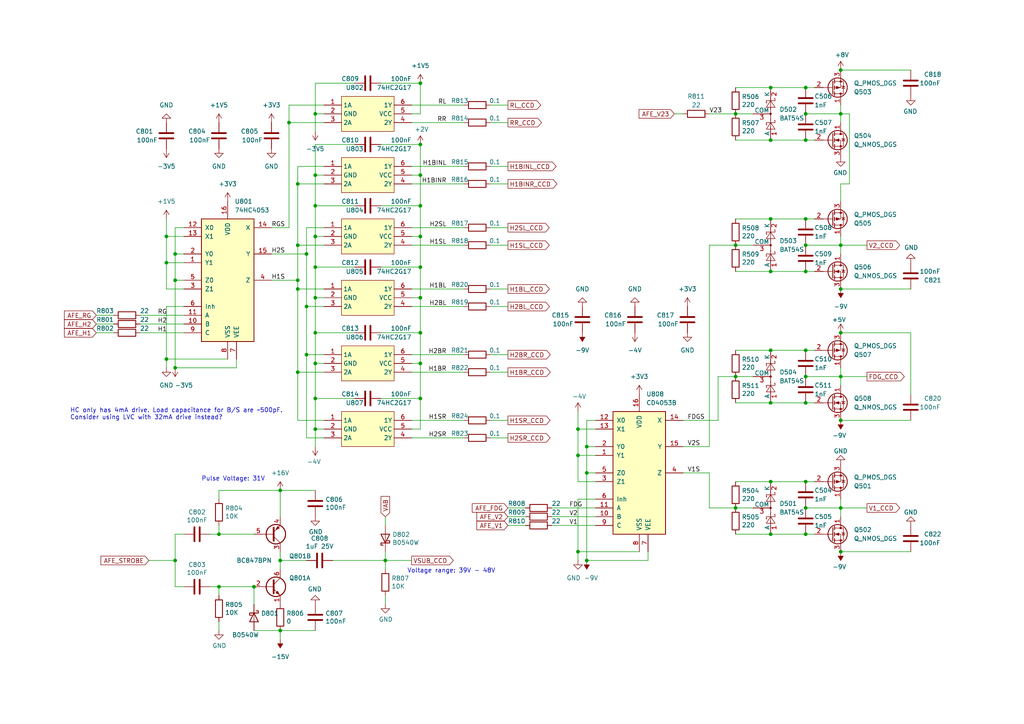
<source format=kicad_sch>
(kicad_sch (version 20230121) (generator eeschema)
  (paper "A4")
  (title_block (title "Sitina 1 Mainboard") (date "2023-03-16") (rev "R0.6") (company "Copyright 2023 Wenting Zhang") (comment 2 "MERCHANTABILITY, SATISFACTORY QUALITY AND FITNESS FOR A PARTICULAR PURPOSE.") (comment 3 "This source is distributed WITHOUT ANY EXPRESS OR IMPLIED WARRANTY, INCLUDING OF") (comment 4 "This source describes Open Hardware and is licensed under the CERN-OHL-P v2."))
  (junction (at 121.92 86.36))
  (junction (at 63.5 170.18) (diameter 0.9144))
  (junction (at 243.84 71.12))
  (junction (at 88.9 102.87))
  (junction (at 91.44 77.47))
  (junction (at 121.92 77.47))
  (junction (at 121.92 115.57))
  (junction (at 121.92 24.13))
  (junction (at 243.84 121.92))
  (junction (at 91.44 68.58))
  (junction (at 223.52 101.6))
  (junction (at 167.64 124.46))
  (junction (at 50.8 106.68))
  (junction (at 86.36 107.95))
  (junction (at 91.44 105.41))
  (junction (at 91.44 33.02))
  (junction (at 73.66 170.18) (diameter 0.9144))
  (junction (at 170.18 137.16))
  (junction (at 86.36 83.82))
  (junction (at 48.26 104.14))
  (junction (at 170.18 129.54))
  (junction (at 243.84 20.32))
  (junction (at 63.5 154.94) (diameter 0.9144))
  (junction (at 213.36 109.22))
  (junction (at 213.36 71.12))
  (junction (at 50.8 81.28))
  (junction (at 88.9 88.9))
  (junction (at 111.76 162.56) (diameter 0.9144))
  (junction (at 81.28 162.56) (diameter 0.9144))
  (junction (at 81.28 142.24) (diameter 0.9144))
  (junction (at 233.68 25.4))
  (junction (at 233.68 33.02))
  (junction (at 167.64 160.02))
  (junction (at 223.52 40.64))
  (junction (at 213.36 33.02))
  (junction (at 121.92 96.52))
  (junction (at 48.26 76.2))
  (junction (at 121.92 50.8))
  (junction (at 167.64 132.08))
  (junction (at 48.26 68.58))
  (junction (at 121.92 59.69))
  (junction (at 121.92 105.41))
  (junction (at 86.36 81.28))
  (junction (at 223.52 78.74))
  (junction (at 91.44 115.57))
  (junction (at 233.68 78.74))
  (junction (at 233.68 147.32))
  (junction (at 223.52 116.84))
  (junction (at 223.52 25.4))
  (junction (at 91.44 96.52))
  (junction (at 86.36 71.12))
  (junction (at 233.68 116.84))
  (junction (at 243.84 83.82))
  (junction (at 223.52 139.7))
  (junction (at 91.44 50.8))
  (junction (at 233.68 154.94))
  (junction (at 233.68 101.6))
  (junction (at 243.84 33.02))
  (junction (at 88.9 73.66))
  (junction (at 86.36 53.34))
  (junction (at 170.18 162.56))
  (junction (at 233.68 40.64))
  (junction (at 233.68 71.12))
  (junction (at 81.28 182.88) (diameter 0.9144))
  (junction (at 243.84 96.52))
  (junction (at 91.44 86.36))
  (junction (at 121.92 68.58))
  (junction (at 223.52 63.5))
  (junction (at 223.52 154.94))
  (junction (at 243.84 147.32))
  (junction (at 233.68 139.7))
  (junction (at 243.84 109.22))
  (junction (at 213.36 147.32))
  (junction (at 243.84 160.02))
  (junction (at 233.68 63.5))
  (junction (at 121.92 41.91))
  (junction (at 50.8 73.66))
  (junction (at 50.8 162.56))
  (junction (at 91.44 59.69))
  (junction (at 233.68 109.22))
  (junction (at 83.82 35.56))
  (junction (at 91.44 124.46))
  (wire (pts (xy 213.36 71.12) (xy 218.44 71.12)))
  (wire (pts (xy 48.26 76.2) (xy 53.34 76.2)))
  (wire (pts (xy 160.02 149.86) (xy 172.72 149.86)))
  (wire (pts (xy 91.44 68.58) (xy 91.44 77.47)))
  (wire (pts (xy 60.96 154.94) (xy 63.5 154.94)))
  (wire (pts (xy 119.38 86.36) (xy 121.92 86.36)))
  (wire (pts (xy 91.44 124.46) (xy 93.98 124.46)))
  (wire (pts (xy 243.84 109.22) (xy 251.46 109.22)))
  (wire (pts (xy 223.52 101.6) (xy 233.68 101.6)))
  (wire (pts (xy 119.38 83.82) (xy 134.62 83.82)))
  (wire (pts (xy 27.94 91.44) (xy 33.02 91.44)))
  (wire (pts (xy 205.74 147.32) (xy 213.36 147.32)))
  (wire (pts (xy 246.38 53.34) (xy 243.84 53.34)))
  (wire (pts (xy 48.26 76.2) (xy 48.26 83.82)))
  (wire (pts (xy 86.36 53.34) (xy 86.36 71.12)))
  (wire (pts (xy 119.38 105.41) (xy 121.92 105.41)))
  (wire (pts (xy 205.74 71.12) (xy 205.74 129.54)))
  (wire (pts (xy 213.36 78.74) (xy 223.52 78.74)))
  (wire (pts (xy 208.28 121.92) (xy 208.28 109.22)))
  (wire (pts (xy 119.38 68.58) (xy 121.92 68.58)))
  (wire (pts (xy 170.18 129.54) (xy 170.18 137.16)))
  (wire (pts (xy 243.84 71.12) (xy 251.46 71.12)))
  (wire (pts (xy 91.44 182.88) (xy 81.28 182.88)))
  (wire (pts (xy 121.92 41.91) (xy 121.92 50.8)))
  (wire (pts (xy 187.96 162.56) (xy 170.18 162.56)))
  (wire (pts (xy 243.84 106.68) (xy 243.84 109.22)))
  (wire (pts (xy 243.84 147.32) (xy 243.84 149.86)))
  (wire (pts (xy 213.36 116.84) (xy 223.52 116.84)))
  (wire (pts (xy 81.28 142.24) (xy 63.5 142.24)))
  (wire (pts (xy 88.9 88.9) (xy 88.9 102.87)))
  (wire (pts (xy 27.94 93.98) (xy 33.02 93.98)))
  (wire (pts (xy 110.49 96.52) (xy 121.92 96.52)))
  (wire (pts (xy 91.44 115.57) (xy 102.87 115.57)))
  (wire (pts (xy 170.18 121.92) (xy 170.18 129.54)))
  (wire (pts (xy 91.44 115.57) (xy 91.44 124.46)))
  (wire (pts (xy 110.49 77.47) (xy 121.92 77.47)))
  (wire (pts (xy 86.36 48.26) (xy 86.36 53.34)))
  (wire (pts (xy 243.84 33.02) (xy 243.84 35.56)))
  (wire (pts (xy 63.5 144.78) (xy 63.5 142.24)))
  (wire (pts (xy 119.38 33.02) (xy 121.92 33.02)))
  (wire (pts (xy 119.38 107.95) (xy 134.62 107.95)))
  (wire (pts (xy 243.84 71.12) (xy 243.84 73.66)))
  (wire (pts (xy 91.44 50.8) (xy 91.44 59.69)))
  (wire (pts (xy 78.74 66.04) (xy 83.82 66.04)))
  (wire (pts (xy 167.64 132.08) (xy 167.64 139.7)))
  (wire (pts (xy 91.44 59.69) (xy 102.87 59.69)))
  (wire (pts (xy 48.26 68.58) (xy 48.26 76.2)))
  (wire (pts (xy 48.26 104.14) (xy 66.04 104.14)))
  (wire (pts (xy 121.92 50.8) (xy 121.92 59.69)))
  (wire (pts (xy 167.64 119.38) (xy 167.64 124.46)))
  (wire (pts (xy 60.96 170.18) (xy 63.5 170.18)))
  (wire (pts (xy 91.44 86.36) (xy 93.98 86.36)))
  (wire (pts (xy 50.8 81.28) (xy 50.8 106.68)))
  (wire (pts (xy 121.92 124.46) (xy 119.38 124.46)))
  (wire (pts (xy 110.49 24.13) (xy 121.92 24.13)))
  (wire (pts (xy 78.74 73.66) (xy 88.9 73.66)))
  (wire (pts (xy 167.64 132.08) (xy 172.72 132.08)))
  (wire (pts (xy 119.38 121.92) (xy 134.62 121.92)))
  (wire (pts (xy 110.49 41.91) (xy 121.92 41.91)))
  (wire (pts (xy 223.52 139.7) (xy 233.68 139.7)))
  (wire (pts (xy 121.92 68.58) (xy 121.92 77.47)))
  (wire (pts (xy 50.8 162.56) (xy 50.8 170.18)))
  (wire (pts (xy 93.98 33.02) (xy 91.44 33.02)))
  (wire (pts (xy 111.76 162.56) (xy 111.76 165.1)))
  (wire (pts (xy 233.68 63.5) (xy 236.22 63.5)))
  (wire (pts (xy 91.44 96.52) (xy 102.87 96.52)))
  (wire (pts (xy 172.72 121.92) (xy 170.18 121.92)))
  (wire (pts (xy 142.24 53.34) (xy 147.32 53.34)))
  (wire (pts (xy 86.36 53.34) (xy 93.98 53.34)))
  (wire (pts (xy 96.52 162.56) (xy 111.76 162.56)))
  (wire (pts (xy 119.38 50.8) (xy 121.92 50.8)))
  (wire (pts (xy 81.28 162.56) (xy 88.9 162.56)))
  (wire (pts (xy 121.92 115.57) (xy 121.92 124.46)))
  (wire (pts (xy 91.44 105.41) (xy 91.44 115.57)))
  (wire (pts (xy 213.36 109.22) (xy 218.44 109.22)))
  (wire (pts (xy 264.16 96.52) (xy 243.84 96.52)))
  (wire (pts (xy 88.9 66.04) (xy 88.9 73.66)))
  (wire (pts (xy 88.9 102.87) (xy 88.9 127)))
  (wire (pts (xy 81.28 142.24) (xy 81.28 149.86)))
  (wire (pts (xy 167.64 124.46) (xy 167.64 132.08)))
  (wire (pts (xy 243.84 33.02) (xy 246.38 33.02)))
  (wire (pts (xy 50.8 73.66) (xy 53.34 73.66)))
  (wire (pts (xy 91.44 86.36) (xy 91.44 96.52)))
  (wire (pts (xy 119.38 71.12) (xy 134.62 71.12)))
  (wire (pts (xy 121.92 77.47) (xy 121.92 86.36)))
  (wire (pts (xy 86.36 71.12) (xy 86.36 81.28)))
  (wire (pts (xy 142.24 71.12) (xy 147.32 71.12)))
  (wire (pts (xy 213.36 101.6) (xy 223.52 101.6)))
  (wire (pts (xy 198.12 121.92) (xy 208.28 121.92)))
  (wire (pts (xy 223.52 116.84) (xy 233.68 116.84)))
  (wire (pts (xy 147.32 152.4) (xy 152.4 152.4)))
  (wire (pts (xy 43.18 162.56) (xy 50.8 162.56)))
  (wire (pts (xy 142.24 66.04) (xy 147.32 66.04)))
  (wire (pts (xy 73.66 182.88) (xy 81.28 182.88)))
  (wire (pts (xy 119.38 30.48) (xy 134.62 30.48)))
  (wire (pts (xy 83.82 30.48) (xy 93.98 30.48)))
  (wire (pts (xy 68.58 104.14) (xy 68.58 106.68)))
  (wire (pts (xy 50.8 73.66) (xy 50.8 81.28)))
  (wire (pts (xy 223.52 63.5) (xy 233.68 63.5)))
  (wire (pts (xy 119.38 102.87) (xy 134.62 102.87)))
  (wire (pts (xy 233.68 139.7) (xy 236.22 139.7)))
  (wire (pts (xy 110.49 115.57) (xy 121.92 115.57)))
  (wire (pts (xy 233.68 71.12) (xy 243.84 71.12)))
  (wire (pts (xy 233.68 40.64) (xy 236.22 40.64)))
  (wire (pts (xy 63.5 170.18) (xy 73.66 170.18)))
  (wire (pts (xy 121.92 96.52) (xy 121.92 105.41)))
  (wire (pts (xy 63.5 180.34) (xy 63.5 182.88)))
  (wire (pts (xy 63.5 172.72) (xy 63.5 170.18)))
  (wire (pts (xy 243.84 121.92) (xy 264.16 121.92)))
  (wire (pts (xy 88.9 73.66) (xy 88.9 88.9)))
  (wire (pts (xy 205.74 33.02) (xy 213.36 33.02)))
  (wire (pts (xy 50.8 81.28) (xy 53.34 81.28)))
  (wire (pts (xy 40.64 91.44) (xy 53.34 91.44)))
  (wire (pts (xy 243.84 147.32) (xy 251.46 147.32)))
  (wire (pts (xy 213.36 139.7) (xy 223.52 139.7)))
  (wire (pts (xy 195.58 33.02) (xy 198.12 33.02)))
  (wire (pts (xy 91.44 59.69) (xy 91.44 68.58)))
  (wire (pts (xy 119.38 48.26) (xy 134.62 48.26)))
  (wire (pts (xy 86.36 121.92) (xy 93.98 121.92)))
  (wire (pts (xy 167.64 160.02) (xy 167.64 162.56)))
  (wire (pts (xy 110.49 59.69) (xy 121.92 59.69)))
  (wire (pts (xy 111.76 160.02) (xy 111.76 162.56)))
  (wire (pts (xy 167.64 144.78) (xy 172.72 144.78)))
  (wire (pts (xy 102.87 24.13) (xy 91.44 24.13)))
  (wire (pts (xy 233.68 147.32) (xy 243.84 147.32)))
  (wire (pts (xy 223.52 25.4) (xy 233.68 25.4)))
  (wire (pts (xy 142.24 107.95) (xy 147.32 107.95)))
  (wire (pts (xy 119.38 53.34) (xy 134.62 53.34)))
  (wire (pts (xy 208.28 109.22) (xy 213.36 109.22)))
  (wire (pts (xy 88.9 66.04) (xy 93.98 66.04)))
  (wire (pts (xy 223.52 40.64) (xy 233.68 40.64)))
  (wire (pts (xy 243.84 20.32) (xy 264.16 20.32)))
  (wire (pts (xy 223.52 78.74) (xy 233.68 78.74)))
  (wire (pts (xy 83.82 35.56) (xy 93.98 35.56)))
  (wire (pts (xy 27.94 96.52) (xy 33.02 96.52)))
  (wire (pts (xy 111.76 172.72) (xy 111.76 175.26)))
  (wire (pts (xy 83.82 35.56) (xy 83.82 66.04)))
  (wire (pts (xy 48.26 63.5) (xy 48.26 68.58)))
  (wire (pts (xy 147.32 147.32) (xy 152.4 147.32)))
  (wire (pts (xy 243.84 53.34) (xy 243.84 58.42)))
  (wire (pts (xy 213.36 154.94) (xy 223.52 154.94)))
  (wire (pts (xy 86.36 48.26) (xy 93.98 48.26)))
  (wire (pts (xy 53.34 154.94) (xy 50.8 154.94)))
  (wire (pts (xy 83.82 35.56) (xy 83.82 30.48)))
  (wire (pts (xy 142.24 121.92) (xy 147.32 121.92)))
  (wire (pts (xy 172.72 139.7) (xy 167.64 139.7)))
  (wire (pts (xy 102.87 41.91) (xy 91.44 41.91)))
  (wire (pts (xy 86.36 83.82) (xy 93.98 83.82)))
  (wire (pts (xy 213.36 40.64) (xy 223.52 40.64)))
  (wire (pts (xy 142.24 88.9) (xy 147.32 88.9)))
  (wire (pts (xy 233.68 25.4) (xy 236.22 25.4)))
  (wire (pts (xy 170.18 137.16) (xy 170.18 162.56)))
  (wire (pts (xy 48.26 68.58) (xy 53.34 68.58)))
  (wire (pts (xy 213.36 63.5) (xy 223.52 63.5)))
  (wire (pts (xy 53.34 66.04) (xy 50.8 66.04)))
  (wire (pts (xy 91.44 68.58) (xy 93.98 68.58)))
  (wire (pts (xy 50.8 170.18) (xy 53.34 170.18)))
  (wire (pts (xy 93.98 50.8) (xy 91.44 50.8)))
  (wire (pts (xy 119.38 162.56) (xy 111.76 162.56)))
  (wire (pts (xy 121.92 105.41) (xy 121.92 115.57)))
  (wire (pts (xy 78.74 81.28) (xy 86.36 81.28)))
  (wire (pts (xy 91.44 105.41) (xy 93.98 105.41)))
  (wire (pts (xy 142.24 48.26) (xy 147.32 48.26)))
  (wire (pts (xy 63.5 152.4) (xy 63.5 154.94)))
  (wire (pts (xy 198.12 137.16) (xy 205.74 137.16)))
  (wire (pts (xy 142.24 83.82) (xy 147.32 83.82)))
  (wire (pts (xy 160.02 152.4) (xy 172.72 152.4)))
  (wire (pts (xy 205.74 137.16) (xy 205.74 147.32)))
  (wire (pts (xy 48.26 88.9) (xy 48.26 104.14)))
  (wire (pts (xy 147.32 149.86) (xy 152.4 149.86)))
  (wire (pts (xy 233.68 101.6) (xy 236.22 101.6)))
  (wire (pts (xy 167.64 124.46) (xy 172.72 124.46)))
  (wire (pts (xy 142.24 102.87) (xy 147.32 102.87)))
  (wire (pts (xy 91.44 124.46) (xy 91.44 129.54)))
  (wire (pts (xy 91.44 33.02) (xy 91.44 38.1)))
  (wire (pts (xy 233.68 33.02) (xy 243.84 33.02)))
  (wire (pts (xy 111.76 149.86) (xy 111.76 152.4)))
  (wire (pts (xy 88.9 102.87) (xy 93.98 102.87)))
  (wire (pts (xy 121.92 24.13) (xy 121.92 33.02)))
  (wire (pts (xy 119.38 127) (xy 134.62 127)))
  (wire (pts (xy 81.28 162.56) (xy 81.28 165.1)))
  (wire (pts (xy 88.9 127) (xy 93.98 127)))
  (wire (pts (xy 233.68 78.74) (xy 236.22 78.74)))
  (wire (pts (xy 205.74 71.12) (xy 213.36 71.12)))
  (wire (pts (xy 170.18 137.16) (xy 172.72 137.16)))
  (wire (pts (xy 119.38 35.56) (xy 134.62 35.56)))
  (wire (pts (xy 243.84 160.02) (xy 264.16 160.02)))
  (wire (pts (xy 88.9 88.9) (xy 93.98 88.9)))
  (wire (pts (xy 142.24 127) (xy 147.32 127)))
  (wire (pts (xy 86.36 81.28) (xy 86.36 83.82)))
  (wire (pts (xy 63.5 154.94) (xy 73.66 154.94)))
  (wire (pts (xy 40.64 96.52) (xy 53.34 96.52)))
  (wire (pts (xy 81.28 182.88) (xy 81.28 185.42)))
  (wire (pts (xy 48.26 104.14) (xy 48.26 106.68)))
  (wire (pts (xy 86.36 71.12) (xy 93.98 71.12)))
  (wire (pts (xy 121.92 59.69) (xy 121.92 68.58)))
  (wire (pts (xy 40.64 93.98) (xy 53.34 93.98)))
  (wire (pts (xy 68.58 106.68) (xy 50.8 106.68)))
  (wire (pts (xy 119.38 88.9) (xy 134.62 88.9)))
  (wire (pts (xy 243.84 30.48) (xy 243.84 33.02)))
  (wire (pts (xy 50.8 66.04) (xy 50.8 73.66)))
  (wire (pts (xy 53.34 83.82) (xy 48.26 83.82)))
  (wire (pts (xy 86.36 107.95) (xy 86.36 121.92)))
  (wire (pts (xy 243.84 109.22) (xy 243.84 111.76)))
  (wire (pts (xy 81.28 142.24) (xy 91.44 142.24)))
  (wire (pts (xy 91.44 77.47) (xy 102.87 77.47)))
  (wire (pts (xy 213.36 25.4) (xy 223.52 25.4)))
  (wire (pts (xy 53.34 88.9) (xy 48.26 88.9)))
  (wire (pts (xy 223.52 154.94) (xy 233.68 154.94)))
  (wire (pts (xy 233.68 154.94) (xy 236.22 154.94)))
  (wire (pts (xy 160.02 147.32) (xy 172.72 147.32)))
  (wire (pts (xy 213.36 33.02) (xy 218.44 33.02)))
  (wire (pts (xy 233.68 109.22) (xy 243.84 109.22)))
  (wire (pts (xy 91.44 77.47) (xy 91.44 86.36)))
  (wire (pts (xy 243.84 144.78) (xy 243.84 147.32)))
  (wire (pts (xy 264.16 114.3) (xy 264.16 96.52)))
  (wire (pts (xy 91.44 24.13) (xy 91.44 33.02)))
  (wire (pts (xy 243.84 68.58) (xy 243.84 71.12)))
  (wire (pts (xy 86.36 107.95) (xy 93.98 107.95)))
  (wire (pts (xy 73.66 175.26) (xy 73.66 170.18)))
  (wire (pts (xy 246.38 33.02) (xy 246.38 53.34)))
  (wire (pts (xy 167.64 160.02) (xy 185.42 160.02)))
  (wire (pts (xy 243.84 83.82) (xy 264.16 83.82)))
  (wire (pts (xy 142.24 30.48) (xy 147.32 30.48)))
  (wire (pts (xy 187.96 160.02) (xy 187.96 162.56)))
  (wire (pts (xy 213.36 147.32) (xy 218.44 147.32)))
  (wire (pts (xy 121.92 86.36) (xy 121.92 96.52)))
  (wire (pts (xy 167.64 144.78) (xy 167.64 160.02)))
  (wire (pts (xy 170.18 129.54) (xy 172.72 129.54)))
  (wire (pts (xy 91.44 41.91) (xy 91.44 50.8)))
  (wire (pts (xy 142.24 35.56) (xy 147.32 35.56)))
  (wire (pts (xy 198.12 129.54) (xy 205.74 129.54)))
  (wire (pts (xy 91.44 96.52) (xy 91.44 105.41)))
  (wire (pts (xy 50.8 154.94) (xy 50.8 162.56)))
  (wire (pts (xy 119.38 66.04) (xy 134.62 66.04)))
  (wire (pts (xy 233.68 116.84) (xy 236.22 116.84)))
  (wire (pts (xy 81.28 160.02) (xy 81.28 162.56)))
  (wire (pts (xy 86.36 83.82) (xy 86.36 107.95)))
  (text "HC only has 4mA drive. Load capacitance for B/S are ~500pF.\nConsider using LVC with 32mA drive instead?" (at 20.32 121.92 0) (effects (font (size 1.27 1.27)) (justify left bottom)))
  (text "Pulse Voltage: 31V" (at 58.42 139.7 0) (effects (font (size 1.27 1.27)) (justify left bottom)))
  (text "Voltage range: 39V - 48V" (at 118.11 166.37 0) (effects (font (size 1.27 1.27)) (justify left bottom)))
  (label "H1BL" (at 129.54 83.82 180))
  (label "RGS" (at 78.74 66.04 0))
  (label "H2" (at 45.72 93.98 0))
  (label "V1S" (at 199.39 137.16 0))
  (label "H1SL" (at 129.54 71.12 180))
  (label "RR" (at 129.54 35.56 180))
  (label "H1S" (at 78.74 81.28 0))
  (label "RL" (at 129.54 30.48 180))
  (label "RG" (at 45.72 91.44 0))
  (label "H1" (at 45.72 96.52 0))
  (label "H2S" (at 78.74 73.66 0))
  (label "FDGS" (at 199.39 121.92 0))
  (label "H2SL" (at 129.54 66.04 180))
  (label "H1BR" (at 129.54 107.95 180))
  (label "H1BINR" (at 129.54 53.34 180))
  (label "H2SR" (at 129.54 127 180))
  (label "V2S" (at 199.39 129.54 0))
  (label "H2BL" (at 129.54 88.9 180))
  (label "V1" (at 165.1 152.4 0))
  (label "V23" (at 205.74 33.02 0))
  (label "FDG" (at 165.1 147.32 0))
  (label "H1BINL" (at 129.54 48.26 180))
  (label "V2" (at 165.1 149.86 0))
  (label "H2BR" (at 129.54 102.87 180))
  (label "H1SR" (at 129.54 121.92 180))
  (global_label "VAB" (shape input) (at 111.76 149.86 90) (property "Intersheetrefs" "${INTERSHEET_REFS}" (effects hide)))
  (global_label "AFE_RG" (shape input) (at 27.94 91.44 180) (property "Intersheetrefs" "${INTERSHEET_REFS}" (effects hide)))
  (global_label "AFE_H2" (shape input) (at 27.94 93.98 180) (property "Intersheetrefs" "${INTERSHEET_REFS}" (effects hide)))
  (global_label "VSUB_CCD" (shape output) (at 119.38 162.56 0) (property "Intersheetrefs" "${INTERSHEET_REFS}" (effects hide)))
  (global_label "AFE_H1" (shape input) (at 27.94 96.52 180) (property "Intersheetrefs" "${INTERSHEET_REFS}" (effects hide)))
  (global_label "FDG_CCD" (shape output) (at 251.46 109.22 0) (property "Intersheetrefs" "${INTERSHEET_REFS}" (effects hide)))
  (global_label "H1BR_CCD" (shape output) (at 147.32 107.95 0) (property "Intersheetrefs" "${INTERSHEET_REFS}" (effects hide)))
  (global_label "AFE_V1" (shape input) (at 147.32 152.4 180) (property "Intersheetrefs" "${INTERSHEET_REFS}" (effects hide)))
  (global_label "AFE_V2" (shape input) (at 147.32 149.86 180) (property "Intersheetrefs" "${INTERSHEET_REFS}" (effects hide)))
  (global_label "H1BINR_CCD" (shape output) (at 147.32 53.34 0) (property "Intersheetrefs" "${INTERSHEET_REFS}" (effects hide)))
  (global_label "RR_CCD" (shape output) (at 147.32 35.56 0) (property "Intersheetrefs" "${INTERSHEET_REFS}" (effects hide)))
  (global_label "H2SL_CCD" (shape output) (at 147.32 66.04 0) (property "Intersheetrefs" "${INTERSHEET_REFS}" (effects hide)))
  (global_label "RL_CCD" (shape output) (at 147.32 30.48 0) (property "Intersheetrefs" "${INTERSHEET_REFS}" (effects hide)))
  (global_label "H2BR_CCD" (shape output) (at 147.32 102.87 0) (property "Intersheetrefs" "${INTERSHEET_REFS}" (effects hide)))
  (global_label "V2_CCD" (shape output) (at 251.46 71.12 0) (property "Intersheetrefs" "${INTERSHEET_REFS}" (effects hide)))
  (global_label "H2BL_CCD" (shape output) (at 147.32 88.9 0) (property "Intersheetrefs" "${INTERSHEET_REFS}" (effects hide)))
  (global_label "AFE_FDG" (shape input) (at 147.32 147.32 180) (property "Intersheetrefs" "${INTERSHEET_REFS}" (effects hide)))
  (global_label "AFE_STROBE" (shape input) (at 43.18 162.56 180) (property "Intersheetrefs" "${INTERSHEET_REFS}" (effects hide)))
  (global_label "H1BL_CCD" (shape output) (at 147.32 83.82 0) (property "Intersheetrefs" "${INTERSHEET_REFS}" (effects hide)))
  (global_label "AFE_V23" (shape input) (at 195.58 33.02 180) (property "Intersheetrefs" "${INTERSHEET_REFS}" (effects hide)))
  (global_label "H2SR_CCD" (shape output) (at 147.32 127 0) (property "Intersheetrefs" "${INTERSHEET_REFS}" (effects hide)))
  (global_label "H1SR_CCD" (shape output) (at 147.32 121.92 0) (property "Intersheetrefs" "${INTERSHEET_REFS}" (effects hide)))
  (global_label "H1BINL_CCD" (shape output) (at 147.32 48.26 0) (property "Intersheetrefs" "${INTERSHEET_REFS}" (effects hide)))
  (global_label "H1SL_CCD" (shape output) (at 147.32 71.12 0) (property "Intersheetrefs" "${INTERSHEET_REFS}" (effects hide)))
  (global_label "V1_CCD" (shape output) (at 251.46 147.32 0) (property "Intersheetrefs" "${INTERSHEET_REFS}" (effects hide)))
  (symbol (lib_id "Device:R") (at 138.43 30.48 270) (unit 1)
    (property "Reference" "R813" (at 133.35 29.21 90))
    (property "Value" "0.1" (at 143.51 29.21 90))
    (property "Footprint" "Resistor_SMD:R_0603_1608Metric" (effects hide))
  )
  (symbol (lib_id "power:GND") (at 184.15 88.9 180) (unit 1)
    (property "Reference" "#PWR0826" (effects hide))
    (property "Value" "GND" (at 184.15 83.82 0))
  )
  (symbol (lib_id "power:GND") (at 63.5 182.88 0) (unit 1)
    (property "Reference" "#PWR0806" (effects hide))
    (property "Value" "GND" (at 63.627 187.2742 0))
  )
  (symbol (lib_id "power:GND") (at 48.26 35.56 180) (unit 1)
    (property "Reference" "#PWR0801" (effects hide))
    (property "Value" "GND" (at 48.26 30.48 0))
  )
  (symbol (lib_id "Device:R") (at 213.36 105.41 0) (unit 1)
    (property "Reference" "R510" (at 215.138 104.2416 0) (effects (justify left)))
    (property "Value" "220" (at 215.138 106.553 0) (effects (justify left)))
    (property "Footprint" "Resistor_SMD:R_0402_1005Metric" (effects hide))
  )
  (symbol (lib_id "Device:R") (at 36.83 93.98 270) (unit 1)
    (property "Reference" "R801" (at 30.48 92.71 90))
    (property "Value" "22" (at 41.91 92.71 90))
    (property "Footprint" "Resistor_SMD:R_0402_1005Metric" (effects hide))
  )
  (symbol (lib_id "Sitina:74HC2G17") (at 106.68 53.34 0) (unit 1)
    (property "Reference" "U804" (at 102.87 60.96 0))
    (property "Value" "74HC2G17" (at 114.3 60.96 0))
    (property "Footprint" "Package_SO:SC-74-6_1.5x2.9mm_P0.95mm" (effects hide))
  )
  (symbol (lib_id "Device:R") (at 36.83 96.52 270) (unit 1)
    (property "Reference" "R802" (at 30.48 95.25 90))
    (property "Value" "22" (at 41.91 95.25 90))
    (property "Footprint" "Resistor_SMD:R_0402_1005Metric" (effects hide))
  )
  (symbol (lib_id "Device:C") (at 233.68 67.31 180) (unit 1)
    (property "Reference" "C508" (at 236.22 66.04 0) (effects (justify right)))
    (property "Value" "1nF" (at 236.22 68.58 0) (effects (justify right)))
    (property "Footprint" "Capacitor_SMD:C_0402_1005Metric" (effects hide))
  )
  (symbol (lib_id "power:GND") (at 168.91 88.9 180) (unit 1)
    (property "Reference" "#PWR0821" (effects hide))
    (property "Value" "GND" (at 168.91 83.82 0))
  )
  (symbol (lib_id "Device:R") (at 138.43 127 270) (unit 1)
    (property "Reference" "R823" (at 133.35 125.73 90))
    (property "Value" "0.1" (at 143.51 125.73 90))
    (property "Footprint" "Resistor_SMD:R_0603_1608Metric" (effects hide))
  )
  (symbol (lib_id "Device:C") (at 106.68 115.57 270) (mirror x) (unit 1)
    (property "Reference" "C814" (at 104.14 114.3 90) (effects (justify right)))
    (property "Value" "100nF" (at 119.38 114.3 90) (effects (justify right)))
    (property "Footprint" "Capacitor_SMD:C_0402_1005Metric" (effects hide))
  )
  (symbol (lib_id "Diode:BAT54S") (at 223.52 109.22 270) (mirror x) (unit 1)
    (property "Reference" "D504" (at 226.06 107.95 90) (effects (justify left)))
    (property "Value" "BAT54S" (at 226.06 110.49 90) (effects (justify left)))
    (property "Footprint" "Package_TO_SOT_SMD:SOT-23" (effects hide))
    (property "Datasheet" "https://www.diodes.com/assets/Datasheets/ds11005.pdf" (effects hide))
  )
  (symbol (lib_id "power:+1V5") (at 121.92 24.13 0) (unit 1)
    (property "Reference" "#PWR0819" (effects hide))
    (property "Value" "+1V5" (at 121.92 19.05 0))
  )
  (symbol (lib_id "Device:R") (at 138.43 35.56 270) (unit 1)
    (property "Reference" "R814" (at 133.35 34.29 90))
    (property "Value" "0.1" (at 143.51 34.29 90))
    (property "Footprint" "Resistor_SMD:R_0603_1608Metric" (effects hide))
  )
  (symbol (lib_id "Sitina:-4V") (at 184.15 96.52 180) (unit 1)
    (property "Reference" "#PWR0827" (effects hide))
    (property "Value" "-4V" (at 184.15 101.6 0))
  )
  (symbol (lib_id "power:-9V") (at 170.18 162.56 180) (unit 1)
    (property "Reference" "#PWR0825" (effects hide))
    (property "Value" "-9V" (at 171.45 167.64 0))
  )
  (symbol (lib_id "power:-9V") (at 243.84 121.92 180) (unit 1)
    (property "Reference" "#PWR0835" (effects hide))
    (property "Value" "-9V" (at 243.459 126.3142 0))
  )
  (symbol (lib_id "Device:C") (at 168.91 92.71 0) (mirror x) (unit 1)
    (property "Reference" "C815" (at 165.1 91.44 0) (effects (justify right)))
    (property "Value" "100nF" (at 166.37 93.98 0) (effects (justify right)))
    (property "Footprint" "Capacitor_SMD:C_0402_1005Metric" (effects hide))
  )
  (symbol (lib_id "Device:C") (at 233.68 74.93 180) (unit 1)
    (property "Reference" "C509" (at 236.22 73.66 0) (effects (justify right)))
    (property "Value" "1nF" (at 236.22 76.2 0) (effects (justify right)))
    (property "Footprint" "Capacitor_SMD:C_0402_1005Metric" (effects hide))
  )
  (symbol (lib_id "Device:R") (at 138.43 102.87 270) (unit 1)
    (property "Reference" "R821" (at 133.35 101.6 90))
    (property "Value" "0.1" (at 143.51 101.6 90))
    (property "Footprint" "Resistor_SMD:R_0603_1608Metric" (effects hide))
  )
  (symbol (lib_id "Device:C") (at 233.68 105.41 180) (unit 1)
    (property "Reference" "C510" (at 236.22 104.14 0) (effects (justify right)))
    (property "Value" "1nF" (at 236.22 106.68 0) (effects (justify right)))
    (property "Footprint" "Capacitor_SMD:C_0402_1005Metric" (effects hide))
  )
  (symbol (lib_id "Device:C") (at 91.44 179.07 180) (unit 1)
    (property "Reference" "C807" (at 94.361 177.9016 0) (effects (justify right)))
    (property "Value" "100nF" (at 94.361 180.213 0) (effects (justify right)))
    (property "Footprint" "Capacitor_SMD:C_0402_1005Metric" (effects hide))
  )
  (symbol (lib_id "power:+1V5") (at 63.5 35.56 0) (unit 1)
    (property "Reference" "#PWR0807" (effects hide))
    (property "Value" "+1V5" (at 63.5 30.48 0))
  )
  (symbol (lib_id "Device:C") (at 91.44 146.05 180) (unit 1)
    (property "Reference" "C806" (at 94.361 144.8816 0) (effects (justify right)))
    (property "Value" "100nF" (at 94.361 147.193 0) (effects (justify right)))
    (property "Footprint" "Capacitor_SMD:C_0402_1005Metric" (effects hide))
  )
  (symbol (lib_id "Device:R") (at 156.21 149.86 270) (unit 1)
    (property "Reference" "R809" (at 149.86 148.59 90))
    (property "Value" "22" (at 161.29 148.59 90))
    (property "Footprint" "Resistor_SMD:R_0402_1005Metric" (effects hide))
  )
  (symbol (lib_id "power:GND") (at 264.16 27.94 0) (mirror y) (unit 1)
    (property "Reference" "#PWR0516" (effects hide))
    (property "Value" "GND" (at 264.033 32.3342 0))
  )
  (symbol (lib_id "Device:R") (at 213.36 67.31 0) (unit 1)
    (property "Reference" "R508" (at 215.138 66.1416 0) (effects (justify left)))
    (property "Value" "220" (at 215.138 68.453 0) (effects (justify left)))
    (property "Footprint" "Resistor_SMD:R_0402_1005Metric" (effects hide))
  )
  (symbol (lib_id "power:GND") (at 78.74 43.18 0) (unit 1)
    (property "Reference" "#PWR0813" (effects hide))
    (property "Value" "GND" (at 78.74 48.26 0))
  )
  (symbol (lib_id "Device:C") (at 233.68 113.03 180) (unit 1)
    (property "Reference" "C511" (at 236.22 111.76 0) (effects (justify right)))
    (property "Value" "1nF" (at 236.22 114.3 0) (effects (justify right)))
    (property "Footprint" "Capacitor_SMD:C_0402_1005Metric" (effects hide))
  )
  (symbol (lib_id "Device:C") (at 233.68 151.13 180) (unit 1)
    (property "Reference" "C505" (at 236.22 149.86 0) (effects (justify right)))
    (property "Value" "1nF" (at 236.22 152.4 0) (effects (justify right)))
    (property "Footprint" "Capacitor_SMD:C_0402_1005Metric" (effects hide))
  )
  (symbol (lib_id "power:+5V") (at 243.84 96.52 0) (unit 1)
    (property "Reference" "#PWR0834" (effects hide))
    (property "Value" "+5V" (at 241.3 92.71 0) (effects (justify left)))
  )
  (symbol (lib_id "Diode:BAT54S") (at 223.52 33.02 270) (mirror x) (unit 1)
    (property "Reference" "D502" (at 226.06 31.75 90) (effects (justify left)))
    (property "Value" "BAT54S" (at 226.06 34.29 90) (effects (justify left)))
    (property "Footprint" "Package_TO_SOT_SMD:SOT-23" (effects hide))
    (property "Datasheet" "https://www.diodes.com/assets/Datasheets/ds11005.pdf" (effects hide))
  )
  (symbol (lib_id "Transistor_BJT:BC847BPN") (at 78.74 170.18 0) (unit 1)
    (property "Reference" "Q801" (at 83.82 167.64 0) (effects (justify left)))
    (property "Value" "BC847BPN" (at 68.58 162.56 0) (effects (justify left)))
    (property "Footprint" "Package_TO_SOT_SMD:SOT-363_SC-70-6" (effects hide))
    (property "Datasheet" "https://assets.nexperia.com/documents/data-sheet/BC847BPN.pdf" (effects hide))
  )
  (symbol (lib_id "Device:R") (at 213.36 143.51 0) (unit 1)
    (property "Reference" "R504" (at 215.138 142.3416 0) (effects (justify left)))
    (property "Value" "220" (at 215.138 144.653 0) (effects (justify left)))
    (property "Footprint" "Resistor_SMD:R_0402_1005Metric" (effects hide))
  )
  (symbol (lib_id "Sitina:-3V5") (at 50.8 106.68 180) (unit 1)
    (property "Reference" "#PWR0805" (effects hide))
    (property "Value" "-3V5" (at 53.34 111.76 0))
  )
  (symbol (lib_id "Device:C") (at 57.15 170.18 270) (unit 1)
    (property "Reference" "C803" (at 57.15 163.7792 90))
    (property "Value" "100nF" (at 57.15 166.0906 90))
    (property "Footprint" "Capacitor_SMD:C_0402_1005Metric" (effects hide))
  )
  (symbol (lib_id "power:GND") (at 167.64 162.56 0) (unit 1)
    (property "Reference" "#PWR0824" (effects hide))
    (property "Value" "GND" (at 166.37 167.64 0))
  )
  (symbol (lib_id "Sitina:74HC2G17") (at 106.68 109.22 0) (unit 1)
    (property "Reference" "U807" (at 102.87 116.84 0))
    (property "Value" "74HC2G17" (at 114.3 116.84 0))
    (property "Footprint" "Package_SO:SC-74-6_1.5x2.9mm_P0.95mm" (effects hide))
  )
  (symbol (lib_id "power:+3V3") (at 185.42 114.3 0) (unit 1)
    (property "Reference" "#PWR0828" (effects hide))
    (property "Value" "+3V3" (at 185.42 109.22 0))
  )
  (symbol (lib_id "Sitina:+2V") (at 121.92 41.91 0) (unit 1)
    (property "Reference" "#PWR0820" (effects hide))
    (property "Value" "+2V" (at 122.301 37.5158 0))
  )
  (symbol (lib_id "power:GND") (at 264.16 76.2 0) (mirror x) (unit 1)
    (property "Reference" "#PWR0837" (effects hide))
    (property "Value" "GND" (at 264.287 71.8058 0))
  )
  (symbol (lib_id "Device:C") (at 78.74 39.37 0) (mirror x) (unit 1)
    (property "Reference" "C805" (at 74.93 38.1 0) (effects (justify right)))
    (property "Value" "100nF" (at 76.2 40.64 0) (effects (justify right)))
    (property "Footprint" "Capacitor_SMD:C_0402_1005Metric" (effects hide))
  )
  (symbol (lib_id "Device:C") (at 63.5 39.37 0) (mirror x) (unit 1)
    (property "Reference" "C804" (at 59.69 38.1 0) (effects (justify right)))
    (property "Value" "100nF" (at 60.96 40.64 0) (effects (justify right)))
    (property "Footprint" "Capacitor_SMD:C_0402_1005Metric" (effects hide))
  )
  (symbol (lib_id "Device:C") (at 199.39 92.71 0) (mirror x) (unit 1)
    (property "Reference" "C817" (at 195.58 91.44 0) (effects (justify right)))
    (property "Value" "100nF" (at 196.85 93.98 0) (effects (justify right)))
    (property "Footprint" "Capacitor_SMD:C_0402_1005Metric" (effects hide))
  )
  (symbol (lib_id "Device:R") (at 138.43 53.34 270) (unit 1)
    (property "Reference" "R816" (at 133.35 52.07 90))
    (property "Value" "0.1" (at 143.51 52.07 90))
    (property "Footprint" "Resistor_SMD:R_0603_1608Metric" (effects hide))
  )
  (symbol (lib_id "Device:C") (at 106.68 96.52 270) (mirror x) (unit 1)
    (property "Reference" "C813" (at 104.14 95.25 90) (effects (justify right)))
    (property "Value" "100nF" (at 119.38 95.25 90) (effects (justify right)))
    (property "Footprint" "Capacitor_SMD:C_0402_1005Metric" (effects hide))
  )
  (symbol (lib_id "Device:Q_PMOS_DGS") (at 241.3 139.7 0) (mirror x) (unit 1)
    (property "Reference" "Q501" (at 247.65 140.97 0) (effects (justify left)))
    (property "Value" "Q_PMOS_DGS" (at 247.65 138.43 0) (effects (justify left)))
  )
  (symbol (lib_id "Sitina:-4V") (at 167.64 119.38 0) (unit 1)
    (property "Reference" "#PWR0823" (effects hide))
    (property "Value" "-4V" (at 168.021 114.9858 0))
  )
  (symbol (lib_id "Device:C") (at 57.15 154.94 270) (unit 1)
    (property "Reference" "C802" (at 57.15 148.5392 90))
    (property "Value" "100nF" (at 57.15 150.8506 90))
    (property "Footprint" "Capacitor_SMD:C_0402_1005Metric" (effects hide))
  )
  (symbol (lib_id "power:GND") (at 63.5 43.18 0) (unit 1)
    (property "Reference" "#PWR0808" (effects hide))
    (property "Value" "GND" (at 63.5 48.26 0))
  )
  (symbol (lib_id "Sitina:-4V") (at 91.44 129.54 180) (unit 1)
    (property "Reference" "#PWR0817" (effects hide))
    (property "Value" "-4V" (at 91.059 133.9342 0))
  )
  (symbol (lib_id "power:GND") (at 199.39 96.52 0) (unit 1)
    (property "Reference" "#PWR0830" (effects hide))
    (property "Value" "GND" (at 199.39 101.6 0))
  )
  (symbol (lib_id "Device:Q_NMOS_DGS") (at 241.3 154.94 0) (unit 1)
    (property "Reference" "Q502" (at 247.65 153.67 0) (effects (justify left)))
    (property "Value" "Q_NMOS_DGS" (at 247.65 156.21 0) (effects (justify left)))
  )
  (symbol (lib_id "Device:C") (at 106.68 59.69 270) (mirror x) (unit 1)
    (property "Reference" "C811" (at 104.14 58.42 90) (effects (justify right)))
    (property "Value" "100nF" (at 119.38 58.42 90) (effects (justify right)))
    (property "Footprint" "Capacitor_SMD:C_0402_1005Metric" (effects hide))
  )
  (symbol (lib_id "Device:C") (at 106.68 77.47 270) (mirror x) (unit 1)
    (property "Reference" "C812" (at 104.14 76.2 90) (effects (justify right)))
    (property "Value" "100nF" (at 119.38 76.2 90) (effects (justify right)))
    (property "Footprint" "Capacitor_SMD:C_0402_1005Metric" (effects hide))
  )
  (symbol (lib_id "Device:R") (at 138.43 83.82 270) (unit 1)
    (property "Reference" "R820" (at 133.35 82.55 90))
    (property "Value" "0.1" (at 143.51 82.55 90))
    (property "Footprint" "Resistor_SMD:R_0603_1608Metric" (effects hide))
  )
  (symbol (lib_id "Device:C") (at 48.26 39.37 0) (mirror x) (unit 1)
    (property "Reference" "C801" (at 44.45 38.1 0) (effects (justify right)))
    (property "Value" "100nF" (at 45.72 40.64 0) (effects (justify right)))
    (property "Footprint" "Capacitor_SMD:C_0402_1005Metric" (effects hide))
  )
  (symbol (lib_id "power:GND") (at 91.44 149.86 0) (unit 1)
    (property "Reference" "#PWR0814" (effects hide))
    (property "Value" "GND" (at 91.567 154.2542 0))
  )
  (symbol (lib_id "Device:R") (at 138.43 71.12 270) (unit 1)
    (property "Reference" "R818" (at 133.35 69.85 90))
    (property "Value" "0.1" (at 143.51 69.85 90))
    (property "Footprint" "Resistor_SMD:R_0603_1608Metric" (effects hide))
  )
  (symbol (lib_id "power:+3V3") (at 78.74 35.56 0) (unit 1)
    (property "Reference" "#PWR0812" (effects hide))
    (property "Value" "+3V3" (at 78.74 30.48 0))
  )
  (symbol (lib_id "power:-9V") (at 168.91 96.52 180) (unit 1)
    (property "Reference" "#PWR0822" (effects hide))
    (property "Value" "-9V" (at 168.91 101.6 0))
  )
  (symbol (lib_id "Device:R") (at 156.21 152.4 270) (unit 1)
    (property "Reference" "R810" (at 149.86 151.13 90))
    (property "Value" "22" (at 161.29 151.13 90))
    (property "Footprint" "Resistor_SMD:R_0402_1005Metric" (effects hide))
  )
  (symbol (lib_id "power:GND") (at 48.26 106.68 0) (unit 1)
    (property "Reference" "#PWR0804" (effects hide))
    (property "Value" "GND" (at 48.26 111.76 0))
  )
  (symbol (lib_id "Device:R") (at 213.36 74.93 0) (unit 1)
    (property "Reference" "R509" (at 215.138 73.7616 0) (effects (justify left)))
    (property "Value" "220" (at 215.138 76.073 0) (effects (justify left)))
    (property "Footprint" "Resistor_SMD:R_0402_1005Metric" (effects hide))
  )
  (symbol (lib_id "power:+3V3") (at 199.39 88.9 0) (unit 1)
    (property "Reference" "#PWR0829" (effects hide))
    (property "Value" "+3V3" (at 199.39 83.82 0))
  )
  (symbol (lib_id "Device:Q_PMOS_DGS") (at 241.3 25.4 0) (mirror x) (unit 1)
    (property "Reference" "Q503" (at 247.65 26.67 0) (effects (justify left)))
    (property "Value" "Q_PMOS_DGS" (at 247.65 24.13 0) (effects (justify left)))
  )
  (symbol (lib_id "Device:C") (at 106.68 24.13 270) (mirror x) (unit 1)
    (property "Reference" "C809" (at 104.14 22.86 90) (effects (justify right)))
    (property "Value" "100nF" (at 119.38 22.86 90) (effects (justify right)))
    (property "Footprint" "Capacitor_SMD:C_0402_1005Metric" (effects hide))
  )
  (symbol (lib_id "Device:C") (at 264.16 118.11 180) (unit 1)
    (property "Reference" "C820" (at 267.97 115.57 0) (effects (justify right)))
    (property "Value" "100nF" (at 266.7 118.11 0) (effects (justify right)))
    (property "Footprint" "Capacitor_SMD:C_0402_1005Metric" (effects hide))
  )
  (symbol (lib_id "Sitina:74HC2G17") (at 106.68 71.12 0) (unit 1)
    (property "Reference" "U805" (at 102.87 78.74 0))
    (property "Value" "74HC2G17" (at 114.3 78.74 0))
    (property "Footprint" "Package_SO:SC-74-6_1.5x2.9mm_P0.95mm" (effects hide))
  )
  (symbol (lib_id "Device:R") (at 138.43 121.92 270) (unit 1)
    (property "Reference" "R824" (at 133.35 120.65 90))
    (property "Value" "0.1" (at 143.51 120.65 90))
    (property "Footprint" "Resistor_SMD:R_0603_1608Metric" (effects hide))
  )
  (symbol (lib_id "Device:C") (at 264.16 156.21 180) (unit 1)
    (property "Reference" "C822" (at 267.97 154.94 0) (effects (justify right)))
    (property "Value" "100nF" (at 266.7 157.48 0) (effects (justify right)))
    (property "Footprint" "Capacitor_SMD:C_0402_1005Metric" (effects hide))
  )
  (symbol (lib_id "Sitina:-3V5") (at 48.26 43.18 180) (unit 1)
    (property "Reference" "#PWR0802" (effects hide))
    (property "Value" "-3V5" (at 48.26 48.26 0))
  )
  (symbol (lib_id "Device:R") (at 201.93 33.02 270) (unit 1)
    (property "Reference" "R811" (at 201.93 27.94 90))
    (property "Value" "22" (at 201.93 30.48 90))
    (property "Footprint" "Resistor_SMD:R_0402_1005Metric" (effects hide))
  )
  (symbol (lib_id "4xxx:4053") (at 185.42 137.16 0) (unit 1)
    (property "Reference" "U808" (at 187.4394 114.3 0) (effects (justify left)))
    (property "Value" "CD4053B" (at 187.4394 116.84 0) (effects (justify left)))
    (property "Footprint" "Package_SO:SSOP-16_4.4x5.2mm_P0.65mm" (effects hide))
    (property "Datasheet" "http://www.intersil.com/content/dam/Intersil/documents/cd40/cd4051bms-52bms-53bms.pdf" (effects hide))
  )
  (symbol (lib_id "Device:D_Schottky") (at 111.76 156.21 90) (unit 1)
    (property "Reference" "D802" (at 113.792 155.0416 90) (effects (justify right)))
    (property "Value" "B0540W" (at 113.792 157.353 90) (effects (justify right)))
    (property "Footprint" "Diode_SMD:D_SOD-323" (effects hide))
  )
  (symbol (lib_id "Device:C") (at 233.68 36.83 180) (unit 1)
    (property "Reference" "C507" (at 236.22 35.56 0) (effects (justify right)))
    (property "Value" "1nF" (at 236.22 38.1 0) (effects (justify right)))
    (property "Footprint" "Capacitor_SMD:C_0402_1005Metric" (effects hide))
  )
  (symbol (lib_id "Device:C") (at 233.68 29.21 180) (unit 1)
    (property "Reference" "C506" (at 236.22 27.94 0) (effects (justify right)))
    (property "Value" "1nF" (at 236.22 30.48 0) (effects (justify right)))
    (property "Footprint" "Capacitor_SMD:C_0402_1005Metric" (effects hide))
  )
  (symbol (lib_id "Device:R") (at 213.36 29.21 0) (unit 1)
    (property "Reference" "R506" (at 215.138 28.0416 0) (effects (justify left)))
    (property "Value" "220" (at 215.138 30.353 0) (effects (justify left)))
    (property "Footprint" "Resistor_SMD:R_0402_1005Metric" (effects hide))
  )
  (symbol (lib_id "power:-9V") (at 243.84 160.02 180) (unit 1)
    (property "Reference" "#PWR0517" (effects hide))
    (property "Value" "-9V" (at 243.459 164.4142 0))
  )
  (symbol (lib_id "symbols:+16V") (at 81.28 142.24 0) (unit 1)
    (property "Reference" "#PWR0810" (effects hide))
    (property "Value" "+16V" (at 81.28 137.16 0))
  )
  (symbol (lib_id "power:-9V") (at 243.84 83.82 180) (unit 1)
    (property "Reference" "#PWR0836" (effects hide))
    (property "Value" "-9V" (at 243.84 88.9 0))
  )
  (symbol (lib_id "power:+1V5") (at 48.26 63.5 0) (unit 1)
    (property "Reference" "#PWR0803" (effects hide))
    (property "Value" "+1V5" (at 48.26 58.42 0))
  )
  (symbol (lib_id "Device:R") (at 63.5 148.59 0) (unit 1)
    (property "Reference" "R804" (at 65.278 147.4216 0) (effects (justify left)))
    (property "Value" "10K" (at 65.278 149.733 0) (effects (justify left)))
    (property "Footprint" "Resistor_SMD:R_0402_1005Metric" (effects hide))
  )
  (symbol (lib_id "Sitina:74HC2G17") (at 106.68 90.17 0) (unit 1)
    (property "Reference" "U806" (at 102.87 97.79 0))
    (property "Value" "74HC2G17" (at 114.3 97.79 0))
    (property "Footprint" "Package_SO:SC-74-6_1.5x2.9mm_P0.95mm" (effects hide))
  )
  (symbol (lib_id "Device:C") (at 106.68 41.91 270) (mirror x) (unit 1)
    (property "Reference" "C810" (at 104.14 40.64 90) (effects (justify right)))
    (property "Value" "100nF" (at 119.38 40.64 90) (effects (justify right)))
    (property "Footprint" "Capacitor_SMD:C_0402_1005Metric" (effects hide))
  )
  (symbol (lib_id "Diode:BAT54S") (at 223.52 71.12 270) (mirror x) (unit 1)
    (property "Reference" "D503" (at 226.06 69.85 90) (effects (justify left)))
    (property "Value" "BAT54S" (at 226.06 72.39 90) (effects (justify left)))
    (property "Footprint" "Package_TO_SOT_SMD:SOT-23" (effects hide))
    (property "Datasheet" "https://www.diodes.com/assets/Datasheets/ds11005.pdf" (effects hide))
  )
  (symbol (lib_id "Diode:BAT54S") (at 223.52 147.32 270) (mirror x) (unit 1)
    (property "Reference" "D501" (at 226.06 146.05 90) (effects (justify left)))
    (property "Value" "BAT54S" (at 226.06 148.59 90) (effects (justify left)))
    (property "Footprint" "Package_TO_SOT_SMD:SOT-23" (effects hide))
    (property "Datasheet" "https://www.diodes.com/assets/Datasheets/ds11005.pdf" (effects hide))
  )
  (symbol (lib_id "Device:R") (at 63.5 176.53 0) (unit 1)
    (property "Reference" "R805" (at 65.278 175.3616 0) (effects (justify left)))
    (property "Value" "10K" (at 65.278 177.673 0) (effects (justify left)))
    (property "Footprint" "Resistor_SMD:R_0402_1005Metric" (effects hide))
  )
  (symbol (lib_id "Device:Q_PMOS_DGS") (at 241.3 63.5 0) (mirror x) (unit 1)
    (property "Reference" "Q505" (at 247.65 64.77 0) (effects (justify left)))
    (property "Value" "Q_PMOS_DGS" (at 247.65 62.23 0) (effects (justify left)))
  )
  (symbol (lib_id "Device:R") (at 111.76 168.91 0) (unit 1)
    (property "Reference" "R807" (at 113.538 167.7416 0) (effects (justify left)))
    (property "Value" "10K" (at 113.538 170.053 0) (effects (justify left)))
    (property "Footprint" "Resistor_SMD:R_0402_1005Metric" (effects hide))
  )
  (symbol (lib_id "Device:D_Schottky") (at 73.66 179.07 270) (unit 1)
    (property "Reference" "D801" (at 75.692 177.9016 90) (effects (justify left)))
    (property "Value" "B0540W" (at 67.31 184.15 90) (effects (justify left)))
    (property "Footprint" "Diode_SMD:D_SOD-323" (effects hide))
  )
  (symbol (lib_id "Device:R") (at 138.43 107.95 270) (unit 1)
    (property "Reference" "R822" (at 133.35 106.68 90))
    (property "Value" "0.1" (at 143.51 106.68 90))
    (property "Footprint" "Resistor_SMD:R_0603_1608Metric" (effects hide))
  )
  (symbol (lib_id "Device:R") (at 36.83 91.44 270) (unit 1)
    (property "Reference" "R803" (at 30.48 90.17 90))
    (property "Value" "22" (at 41.91 90.17 90))
    (property "Footprint" "Resistor_SMD:R_0402_1005Metric" (effects hide))
  )
  (symbol (lib_id "power:GND") (at 111.76 175.26 0) (unit 1)
    (property "Reference" "#PWR0818" (effects hide))
    (property "Value" "GND" (at 111.887 179.6542 0))
  )
  (symbol (lib_id "power:GND") (at 264.16 152.4 0) (mirror x) (unit 1)
    (property "Reference" "#PWR0519" (effects hide))
    (property "Value" "GND" (at 264.16 148.59 0))
  )
  (symbol (lib_id "Sitina:74HC2G17") (at 106.68 17.78 0) (unit 1)
    (property "Reference" "U802" (at 102.87 25.4 0))
    (property "Value" "74HC2G17" (at 114.3 25.4 0))
    (property "Footprint" "Package_SO:SC-74-6_1.5x2.9mm_P0.95mm" (effects hide))
  )
  (symbol (lib_id "Device:C") (at 184.15 92.71 0) (mirror x) (unit 1)
    (property "Reference" "C816" (at 180.34 91.44 0) (effects (justify right)))
    (property "Value" "100nF" (at 181.61 93.98 0) (effects (justify right)))
    (property "Footprint" "Capacitor_SMD:C_0402_1005Metric" (effects hide))
  )
  (symbol (lib_id "Device:R") (at 138.43 48.26 270) (unit 1)
    (property "Reference" "R815" (at 133.35 46.99 90))
    (property "Value" "0.1" (at 143.51 46.99 90))
    (property "Footprint" "Resistor_SMD:R_0603_1608Metric" (effects hide))
  )
  (symbol (lib_id "4xxx:4053") (at 66.04 81.28 0) (unit 1)
    (property "Reference" "U801" (at 68.0594 58.42 0) (effects (justify left)))
    (property "Value" "74HC4053" (at 68.0594 60.96 0) (effects (justify left)))
    (property "Footprint" "Package_SO:SSOP-16_4.4x5.2mm_P0.65mm" (effects hide))
    (property "Datasheet" "http://www.intersil.com/content/dam/Intersil/documents/cd40/cd4051bms-52bms-53bms.pdf" (effects hide))
  )
  (symbol (lib_id "Device:R") (at 213.36 113.03 0) (unit 1)
    (property "Reference" "R511" (at 215.138 111.8616 0) (effects (justify left)))
    (property "Value" "220" (at 215.138 114.173 0) (effects (justify left)))
    (property "Footprint" "Resistor_SMD:R_0402_1005Metric" (effects hide))
  )
  (symbol (lib_id "power:-15V") (at 81.28 185.42 180) (unit 1)
    (property "Reference" "#PWR0811" (effects hide))
    (property "Value" "-15V" (at 81.28 190.5 0))
  )
  (symbol (lib_id "power:GND") (at 91.44 175.26 180) (unit 1)
    (property "Reference" "#PWR0815" (effects hide))
    (property "Value" "GND" (at 91.313 170.8658 0))
  )
  (symbol (lib_id "Device:R") (at 138.43 88.9 270) (unit 1)
    (property "Reference" "R819" (at 133.35 87.63 90))
    (property "Value" "0.1" (at 143.51 87.63 90))
    (property "Footprint" "Resistor_SMD:R_0603_1608Metric" (effects hide))
  )
  (symbol (lib_id "Device:C") (at 233.68 143.51 180) (unit 1)
    (property "Reference" "C504" (at 236.22 142.24 0) (effects (justify right)))
    (property "Value" "1nF" (at 236.22 144.78 0) (effects (justify right)))
    (property "Footprint" "Capacitor_SMD:C_0402_1005Metric" (effects hide))
  )
  (symbol (lib_id "Device:Q_PMOS_DGS") (at 241.3 101.6 0) (mirror x) (unit 1)
    (property "Reference" "Q507" (at 247.65 102.87 0) (effects (justify left)))
    (property "Value" "Q_PMOS_DGS" (at 247.65 100.33 0) (effects (justify left)))
  )
  (symbol (lib_id "Device:R") (at 156.21 147.32 270) (unit 1)
    (property "Reference" "R808" (at 149.86 146.05 90))
    (property "Value" "22" (at 161.29 146.05 90))
    (property "Footprint" "Resistor_SMD:R_0402_1005Metric" (effects hide))
  )
  (symbol (lib_id "Device:R") (at 81.28 179.07 0) (unit 1)
    (property "Reference" "R806" (at 83.058 177.9016 0) (effects (justify left)))
    (property "Value" "0" (at 83.058 180.213 0) (effects (justify left)))
    (property "Footprint" "Resistor_SMD:R_0402_1005Metric" (effects hide))
  )
  (symbol (lib_id "Device:C") (at 264.16 24.13 180) (unit 1)
    (property "Reference" "C818" (at 267.97 21.59 0) (effects (justify right)))
    (property "Value" "100nF" (at 266.7 24.13 0) (effects (justify right)))
    (property "Footprint" "Capacitor_SMD:C_0402_1005Metric" (effects hide))
  )
  (symbol (lib_id "Device:R") (at 213.36 151.13 0) (unit 1)
    (property "Reference" "R505" (at 215.138 149.9616 0) (effects (justify left)))
    (property "Value" "220" (at 215.138 152.273 0) (effects (justify left)))
    (property "Footprint" "Resistor_SMD:R_0402_1005Metric" (effects hide))
  )
  (symbol (lib_id "Device:C") (at 92.71 162.56 270) (unit 1)
    (property "Reference" "C808" (at 92.71 156.1592 90))
    (property "Value" "1uF 25V" (at 92.71 158.4706 90))
    (property "Footprint" "Capacitor_SMD:C_0603_1608Metric" (effects hide))
  )
  (symbol (lib_id "power:GND") (at 243.84 134.62 0) (mirror x) (unit 1)
    (property "Reference" "#PWR0518" (effects hide))
    (property "Value" "GND" (at 243.84 130.81 0))
  )
  (symbol (lib_id "Device:R") (at 213.36 36.83 0) (unit 1)
    (property "Reference" "R507" (at 215.138 35.6616 0) (effects (justify left)))
    (property "Value" "220" (at 215.138 37.973 0) (effects (justify left)))
    (property "Footprint" "Resistor_SMD:R_0402_1005Metric" (effects hide))
  )
  (symbol (lib_id "power:+3V3") (at 66.04 58.42 0) (unit 1)
    (property "Reference" "#PWR0809" (effects hide))
    (property "Value" "+3V3" (at 66.04 53.34 0))
  )
  (symbol (lib_id "Device:C") (at 264.16 80.01 0) (mirror y) (unit 1)
    (property "Reference" "C821" (at 267.97 81.28 0) (effects (justify right)))
    (property "Value" "100nF" (at 266.7 78.74 0) (effects (justify right)))
    (property "Footprint" "Capacitor_SMD:C_0402_1005Metric" (effects hide))
  )
  (symbol (lib_id "Transistor_BJT:BC847BPN") (at 78.74 154.94 0) (mirror x) (unit 2)
    (property "Reference" "Q801" (at 83.82 161.29 0) (effects (justify left)))
    (property "Value" "BC847BPN" (effects hide))
    (property "Footprint" "Package_TO_SOT_SMD:SOT-363_SC-70-6" (effects hide))
    (property "Datasheet" "https://assets.nexperia.com/documents/data-sheet/BC847BPN.pdf" (effects hide))
  )
  (symbol (lib_id "Sitina:74HC2G17") (at 106.68 35.56 0) (unit 1)
    (property "Reference" "U803" (at 102.87 43.18 0))
    (property "Value" "74HC2G17" (at 114.3 43.18 0))
    (property "Footprint" "Package_SO:SC-74-6_1.5x2.9mm_P0.95mm" (effects hide))
  )
  (symbol (lib_id "Device:R") (at 138.43 66.04 270) (unit 1)
    (property "Reference" "R817" (at 133.35 64.77 90))
    (property "Value" "0.1" (at 143.51 64.77 90))
    (property "Footprint" "Resistor_SMD:R_0603_1608Metric" (effects hide))
  )
  (symbol (lib_id "power:GND") (at 243.84 45.72 0) (mirror y) (unit 1)
    (property "Reference" "#PWR0515" (effects hide))
    (property "Value" "GND" (at 243.713 50.1142 0))
  )
  (symbol (lib_id "Device:Q_NMOS_DGS") (at 241.3 116.84 0) (unit 1)
    (property "Reference" "Q508" (at 247.65 115.57 0) (effects (justify left)))
    (property "Value" "Q_NMOS_DGS" (at 247.65 118.11 0) (effects (justify left)))
  )
  (symbol (lib_id "Device:Q_NMOS_DGS") (at 241.3 40.64 0) (unit 1)
    (property "Reference" "Q504" (at 247.65 39.37 0) (effects (justify left)))
    (property "Value" "Q_NMOS_DGS" (at 247.65 41.91 0) (effects (justify left)))
  )
  (symbol (lib_id "Device:Q_NMOS_DGS") (at 241.3 78.74 0) (unit 1)
    (property "Reference" "Q506" (at 247.65 77.47 0) (effects (justify left)))
    (property "Value" "Q_NMOS_DGS" (at 247.65 80.01 0) (effects (justify left)))
  )
  (symbol (lib_id "Sitina:-3V5") (at 91.44 38.1 180) (unit 1)
    (property "Reference" "#PWR0816" (effects hide))
    (property "Value" "-3V5" (at 91.44 43.18 0))
  )
  (symbol (lib_id "power:+8V") (at 243.84 20.32 0) (unit 1)
    (property "Reference" "#PWR0514" (effects hide))
    (property "Value" "+8V" (at 244.221 15.9258 0))
  )
)
</source>
